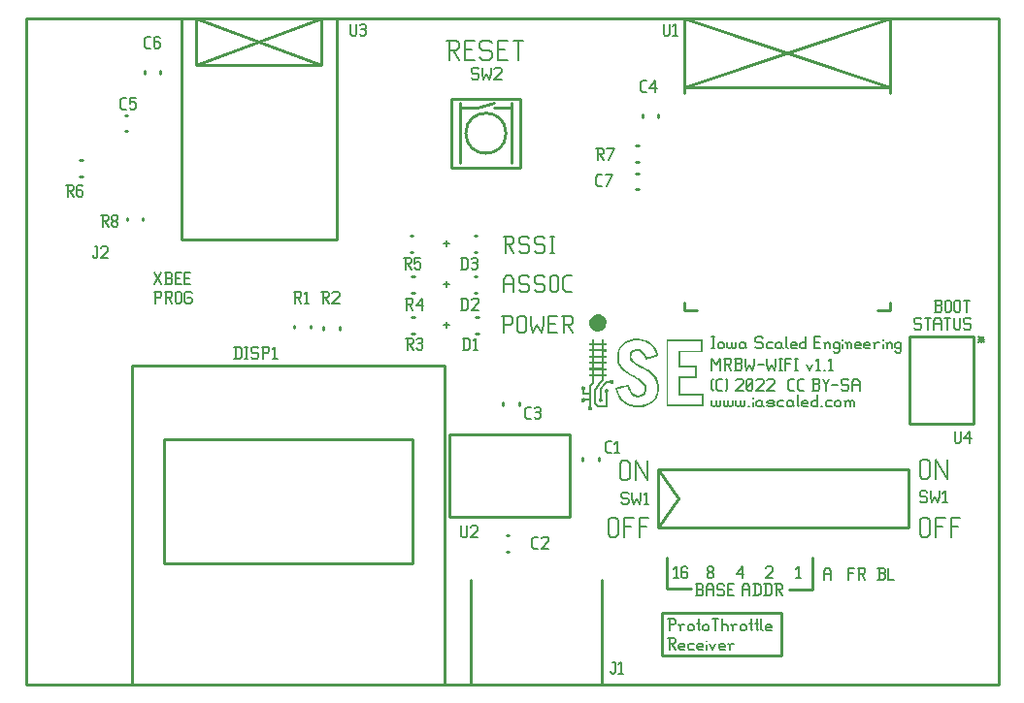
<source format=gbr>
G04 start of page 9 for group -4079 idx -4079 *
G04 Title: (unknown), topsilk *
G04 Creator: pcb 4.0.2 *
G04 CreationDate: Sun Oct 16 04:01:38 2022 UTC *
G04 For: ndholmes *
G04 Format: Gerber/RS-274X *
G04 PCB-Dimensions (mil): 3350.00 2300.00 *
G04 PCB-Coordinate-Origin: lower left *
%MOIN*%
%FSLAX25Y25*%
%LNTOPSILK*%
%ADD72C,0.0080*%
%ADD71C,0.0100*%
%ADD70C,0.0001*%
G54D70*G36*
X194043Y94709D02*X193647Y94980D01*
X193511Y95425D01*
X193565Y95740D01*
X193761Y95990D01*
X193891Y96104D01*
Y97986D01*
X193218D01*
X192741Y97981D01*
X192545Y97964D01*
X192453Y97840D01*
X192100Y97617D01*
X191672D01*
X191373Y97807D01*
X191189Y98100D01*
X191162Y98431D01*
X191270Y98724D01*
X191487Y98946D01*
X191802Y99066D01*
X192182Y99012D01*
X192491Y98773D01*
X192556Y98675D01*
X193224D01*
X193891Y98670D01*
Y100167D01*
X191558D01*
Y100900D01*
X191553Y101627D01*
X191455Y101697D01*
X191287Y101876D01*
X191178Y102093D01*
X191189Y102527D01*
X191373Y102815D01*
X191661Y102994D01*
X191997Y103026D01*
X192290Y102923D01*
X192513Y102701D01*
X192632Y102381D01*
X192578Y102006D01*
X192339Y101697D01*
X192242Y101627D01*
Y100851D01*
X193891D01*
Y103156D01*
X194357Y103748D01*
X194829Y104339D01*
Y106406D01*
X193918D01*
Y107193D01*
X198302D01*
Y108566D01*
X195486D01*
Y107193D01*
X194829D01*
Y108566D01*
X193918D01*
Y109325D01*
X194819D01*
Y110692D01*
X195502Y110719D01*
X195497Y110057D01*
X195491Y109586D01*
X195502Y109368D01*
X195567Y109358D01*
X195790Y109347D01*
X196224Y109341D01*
X196907Y109336D01*
X198302D01*
Y110719D01*
X195502D01*
X194819Y110692D01*
X193918D01*
Y111452D01*
X194829D01*
X195486Y111479D01*
X198302D01*
Y112852D01*
X195486D01*
Y111479D01*
X194829Y111452D01*
Y112824D01*
X193918D01*
Y113584D01*
X194819D01*
X194829Y114962D01*
X195486Y115005D01*
Y114327D01*
X195491Y113844D01*
X195508Y113627D01*
X195920Y113617D01*
X196907Y113611D01*
X198291D01*
X198296Y114300D01*
Y114316D01*
X198307Y115005D01*
X195486D01*
X194829Y114962D01*
X193918D01*
Y115722D01*
X194819D01*
Y117094D01*
X195502Y117148D01*
X195497Y116492D01*
X195491Y116015D01*
X195502Y115797D01*
X195567Y115787D01*
X195790Y115776D01*
X196224Y115770D01*
X196907Y115765D01*
X198307D01*
X198296Y116459D01*
X198291Y117148D01*
X195502D01*
X194819Y117094D01*
X193918D01*
Y117854D01*
X194829D01*
Y119096D01*
X195486D01*
Y117854D01*
X198302D01*
Y119096D01*
X198991D01*
Y117854D01*
X199902D01*
Y117094D01*
X198991D01*
Y115694D01*
X199902D01*
Y114935D01*
X198991D01*
Y113541D01*
X199902D01*
Y112781D01*
X198991D01*
Y111408D01*
X199902D01*
Y110649D01*
X198991D01*
Y109255D01*
X199902D01*
Y108495D01*
X198991D01*
Y107122D01*
X199902D01*
Y106336D01*
X198991D01*
X198985Y105750D01*
Y105158D01*
X197569Y103368D01*
X196148Y101583D01*
Y97574D01*
X197124Y96597D01*
X199544D01*
Y98719D01*
X199539Y99543D01*
Y100216D01*
X199533Y100672D01*
X199528Y100834D01*
X199403Y100927D01*
X199159Y101393D01*
X199294Y101909D01*
X199870Y102218D01*
X200472Y101947D01*
X200629Y101382D01*
X200331Y100872D01*
X200233Y100802D01*
Y95914D01*
X196842D01*
X195486Y97270D01*
Y101844D01*
X196896Y103623D01*
X198302Y105403D01*
Y106341D01*
X195486D01*
Y104003D01*
X194574Y102853D01*
Y96022D01*
X194640Y95990D01*
X194819Y95821D01*
X194949Y95588D01*
X194916Y95073D01*
X194569Y94693D01*
X194303Y94633D01*
X194043Y94644D01*
Y94709D01*
G37*
G36*
X209885Y95729D02*X208067Y96071D01*
X206483Y96793D01*
X205376Y97671D01*
X204432Y98778D01*
X203570Y100341D01*
X202924Y102196D01*
X202826Y102565D01*
X205246Y103081D01*
X206179Y103281D01*
X206955Y103444D01*
X207481Y103547D01*
X207682Y103580D01*
X207736Y103368D01*
X207785Y103118D01*
X207867Y102782D01*
X208230Y101757D01*
X208745Y100932D01*
X209391Y100324D01*
X210162Y99961D01*
X210400Y99918D01*
X210796Y99901D01*
X211187Y99918D01*
X211442Y99961D01*
X212462Y100547D01*
X213021Y101583D01*
X213075Y102212D01*
X213021Y102809D01*
X213623Y102983D01*
X213661Y101567D01*
X213303Y100617D01*
X212673Y99885D01*
X211816Y99424D01*
X210780Y99256D01*
X209451Y99559D01*
X208382Y100384D01*
X207590Y101627D01*
X207389Y102153D01*
X207243Y102657D01*
X207194Y102826D01*
X207145Y102842D01*
X206993Y102815D01*
X206635Y102739D01*
X206109Y102625D01*
X205479Y102489D01*
X204329Y102245D01*
X203792Y102126D01*
X203629Y102077D01*
Y102044D01*
X203678Y101860D01*
X203803Y101491D01*
X203949Y101084D01*
X204074Y100758D01*
X205072Y98979D01*
X206358Y97650D01*
X207932Y96782D01*
X209803Y96364D01*
X210199Y96353D01*
X210747D01*
X211295Y96369D01*
X211718Y96402D01*
X213048Y96657D01*
X214209Y97091D01*
X215109Y97623D01*
X215863Y98279D01*
X216466Y99060D01*
X216932Y99966D01*
X217160Y100661D01*
X217317Y101447D01*
X217366Y102402D01*
X217317Y103336D01*
X217090Y104323D01*
X216732Y105213D01*
X216211Y106032D01*
X215527Y106813D01*
X214827Y107459D01*
X214019Y108056D01*
X212945Y108717D01*
X211453Y109547D01*
X210308Y110182D01*
X209516Y110660D01*
X208963Y111061D01*
X208534Y111463D01*
X207986Y112249D01*
X207818Y113117D01*
X207964Y114159D01*
X208398Y114973D01*
X209103Y115537D01*
X210058Y115819D01*
X210639Y115836D01*
X211214Y115770D01*
X211984Y115477D01*
X212652Y114951D01*
X213227Y114186D01*
X213721Y113166D01*
X213807Y112966D01*
X213867Y112922D01*
X214030Y112971D01*
X214409Y113074D01*
X214919Y113226D01*
X215505Y113394D01*
X216081Y113562D01*
X216580Y113714D01*
X216938Y113817D01*
X217079Y113861D01*
X217052Y113985D01*
X216965Y114262D01*
X216840Y114604D01*
X216721Y114919D01*
X216043Y116134D01*
X215153Y117138D01*
X214079Y117913D01*
X212825Y118440D01*
X211068Y118743D01*
X209147Y118657D01*
X207400Y118196D01*
X206000Y117360D01*
X205300Y116633D01*
X204758Y115749D01*
X204389Y114723D01*
X204188Y113573D01*
X204161Y112797D01*
X204199Y112087D01*
X204438Y111105D01*
X204877Y110199D01*
X205517Y109358D01*
X206380Y108566D01*
X206922Y108159D01*
X207552Y107746D01*
X208355Y107269D01*
X209440Y106661D01*
X210167Y106260D01*
X210709Y105951D01*
X211133Y105696D01*
X211507Y105457D01*
X212939Y104247D01*
X213623Y102983D01*
X213021Y102809D01*
X212424Y103878D01*
X211165Y104925D01*
X210802Y105158D01*
X210395Y105403D01*
X209879Y105696D01*
X209185Y106075D01*
X207807Y106851D01*
X206792Y107480D01*
X206017Y108045D01*
X205360Y108625D01*
X204611Y109466D01*
X204074Y110350D01*
X203656Y111533D01*
X203526Y112846D01*
X203618Y114132D01*
X203911Y115331D01*
X204671Y116855D01*
X205832Y118038D01*
X207362Y118863D01*
X209234Y119302D01*
X210693Y119384D01*
X212077Y119259D01*
X213352Y118933D01*
X214491Y118407D01*
X215630Y117561D01*
X216569Y116476D01*
X217296Y115174D01*
X217789Y113671D01*
X217849Y113416D01*
X215647Y112776D01*
X214784Y112532D01*
X214079Y112331D01*
X213601Y112201D01*
X213422Y112157D01*
X213346Y112358D01*
X213118Y112960D01*
X212858Y113535D01*
X212098Y114604D01*
X211149Y115136D01*
X210514Y115201D01*
X209863Y115152D01*
X209006Y114680D01*
X208669Y114219D01*
X208485Y113622D01*
X208447Y113139D01*
X208485Y112727D01*
X208832Y112076D01*
X209559Y111408D01*
X209912Y111164D01*
X210351Y110888D01*
X210926Y110562D01*
X211697Y110139D01*
X212565Y109667D01*
X213248Y109282D01*
X213807Y108951D01*
X214285Y108642D01*
X215511Y107714D01*
X216477Y106726D01*
X217204Y105674D01*
X217692Y104534D01*
X217968Y103162D01*
X217974Y101730D01*
X217719Y100330D01*
X217209Y99066D01*
X216412Y97948D01*
X215370Y97037D01*
X214100Y96359D01*
X212635Y95914D01*
X211257Y95740D01*
X209885Y95735D01*
Y95729D01*
G37*
G36*
X220470Y107535D02*X221110Y107540D01*
X221104Y96641D01*
X232530D01*
Y99798D01*
X224756D01*
Y106319D01*
X230441D01*
Y109488D01*
X224756D01*
Y115271D01*
X232216D01*
Y118440D01*
X221121D01*
X221110Y107540D01*
X220470Y107535D01*
Y119064D01*
X232850D01*
Y114653D01*
X225390D01*
Y110133D01*
X231071D01*
Y105723D01*
X225407D01*
X225396Y103091D01*
X225390Y100460D01*
X233154D01*
Y96022D01*
X220470D01*
Y107535D01*
G37*
G36*
X197607Y97623D02*X197325Y97812D01*
X197146Y98100D01*
X197141Y98534D01*
X197368Y98887D01*
X197499Y98979D01*
X197510Y99440D01*
X197515Y100552D01*
Y102126D01*
X198611Y103504D01*
X199701Y104887D01*
X201031D01*
X201117Y105007D01*
X201345Y105202D01*
X201497Y105267D01*
X201703Y105278D01*
X201904Y105272D01*
X202056Y105202D01*
X202278Y105012D01*
X202414Y104768D01*
X202430Y104486D01*
X202365Y104214D01*
X202089Y103927D01*
X201703Y103813D01*
X201145Y104062D01*
X201020Y104198D01*
X200032D01*
X199115Y103043D01*
X198204Y101887D01*
Y98990D01*
X198307Y98919D01*
X198567Y98523D01*
X198535Y98024D01*
X198150Y97650D01*
X197607Y97617D01*
Y97623D01*
G37*
G36*
X196441Y121782D02*X195556Y122069D01*
X194791Y122628D01*
X194243Y123360D01*
X193956Y124223D01*
X193918Y124863D01*
X193999Y125482D01*
X194309Y126247D01*
X194829Y126898D01*
X195676Y127473D01*
X196647Y127716D01*
X197656Y127629D01*
X198600Y127202D01*
X199153Y126697D01*
X199577Y126079D01*
X199810Y125395D01*
X199880Y124668D01*
X199772Y123941D01*
X199506Y123268D01*
X199099Y122720D01*
X198584Y122275D01*
X197982Y121955D01*
X197331Y121782D01*
X196880Y121760D01*
X196441Y121782D01*
G37*
G54D71*X334500Y229500D02*Y500D01*
X500Y229500D02*X334500D01*
X500Y500D02*Y229500D01*
X219000Y25000D02*Y10500D01*
X260000D01*
Y25000D01*
X334500Y500D02*X500D01*
X270500Y44000D02*Y33000D01*
X262500D01*
X229000Y33500D02*X220500D01*
Y44000D01*
X219000Y25000D02*X260000D01*
G54D72*X44500Y138000D02*X47000Y142000D01*
X44500D02*X47000Y138000D01*
X48200D02*X50200D01*
X50700Y138500D01*
Y139700D02*Y138500D01*
X50200Y140200D02*X50700Y139700D01*
X48700Y140200D02*X50200D01*
X48700Y142000D02*Y138000D01*
X48200Y142000D02*X50200D01*
X50700Y141500D01*
Y140700D01*
X50200Y140200D02*X50700Y140700D01*
X51900Y140200D02*X53400D01*
X51900Y138000D02*X53900D01*
X51900Y142000D02*Y138000D01*
Y142000D02*X53900D01*
X55100Y140200D02*X56600D01*
X55100Y138000D02*X57100D01*
X55100Y142000D02*Y138000D01*
Y142000D02*X57100D01*
X45000Y135500D02*Y131500D01*
X44500Y135500D02*X46500D01*
X47000Y135000D01*
Y134000D01*
X46500Y133500D02*X47000Y134000D01*
X45000Y133500D02*X46500D01*
X48200Y135500D02*X50200D01*
X50700Y135000D01*
Y134000D01*
X50200Y133500D02*X50700Y134000D01*
X48700Y133500D02*X50200D01*
X48700Y135500D02*Y131500D01*
X49500Y133500D02*X50700Y131500D01*
X51900Y135000D02*Y132000D01*
Y135000D02*X52400Y135500D01*
X53400D01*
X53900Y135000D01*
Y132000D01*
X53400Y131500D02*X53900Y132000D01*
X52400Y131500D02*X53400D01*
X51900Y132000D02*X52400Y131500D01*
X57100Y135500D02*X57600Y135000D01*
X55600Y135500D02*X57100D01*
X55100Y135000D02*X55600Y135500D01*
X55100Y135000D02*Y132000D01*
X55600Y131500D01*
X57100D01*
X57600Y132000D01*
Y133000D02*Y132000D01*
X57100Y133500D02*X57600Y133000D01*
X56100Y133500D02*X57100D01*
X145000Y221840D02*X148320D01*
X149150Y221010D01*
Y219350D01*
X148320Y218520D02*X149150Y219350D01*
X145830Y218520D02*X148320D01*
X145830Y221840D02*Y215200D01*
X147158Y218520D02*X149150Y215200D01*
X151142Y218852D02*X153632D01*
X151142Y215200D02*X154462D01*
X151142Y221840D02*Y215200D01*
Y221840D02*X154462D01*
X159774D02*X160604Y221010D01*
X157284Y221840D02*X159774D01*
X156454Y221010D02*X157284Y221840D01*
X156454Y221010D02*Y219350D01*
X157284Y218520D01*
X159774D01*
X160604Y217690D01*
Y216030D01*
X159774Y215200D02*X160604Y216030D01*
X157284Y215200D02*X159774D01*
X156454Y216030D02*X157284Y215200D01*
X162596Y218852D02*X165086D01*
X162596Y215200D02*X165916D01*
X162596Y221840D02*Y215200D01*
Y221840D02*X165916D01*
X167908D02*X171228D01*
X169568D02*Y215200D01*
X144000Y152000D02*X146000D01*
X145000Y153000D02*Y151000D01*
X144000Y138000D02*X146000D01*
X145000Y139000D02*Y137000D01*
X164720Y127060D02*Y121300D01*
X164000Y127060D02*X166880D01*
X167600Y126340D01*
Y124900D01*
X166880Y124180D02*X167600Y124900D01*
X164720Y124180D02*X166880D01*
X169328Y126340D02*Y122020D01*
Y126340D02*X170048Y127060D01*
X171488D01*
X172208Y126340D01*
Y122020D01*
X171488Y121300D02*X172208Y122020D01*
X170048Y121300D02*X171488D01*
X169328Y122020D02*X170048Y121300D01*
X173936Y127060D02*Y124180D01*
X174656Y121300D01*
X176096Y124180D01*
X177536Y121300D01*
X178256Y124180D01*
Y127060D02*Y124180D01*
X179984Y124468D02*X182144D01*
X179984Y121300D02*X182864D01*
X179984Y127060D02*Y121300D01*
Y127060D02*X182864D01*
X184592D02*X187472D01*
X188192Y126340D01*
Y124900D01*
X187472Y124180D02*X188192Y124900D01*
X185312Y124180D02*X187472D01*
X185312Y127060D02*Y121300D01*
X186464Y124180D02*X188192Y121300D01*
X164500Y154560D02*X167380D01*
X168100Y153840D01*
Y152400D01*
X167380Y151680D02*X168100Y152400D01*
X165220Y151680D02*X167380D01*
X165220Y154560D02*Y148800D01*
X166372Y151680D02*X168100Y148800D01*
X172708Y154560D02*X173428Y153840D01*
X170548Y154560D02*X172708D01*
X169828Y153840D02*X170548Y154560D01*
X169828Y153840D02*Y152400D01*
X170548Y151680D01*
X172708D01*
X173428Y150960D01*
Y149520D01*
X172708Y148800D02*X173428Y149520D01*
X170548Y148800D02*X172708D01*
X169828Y149520D02*X170548Y148800D01*
X178036Y154560D02*X178756Y153840D01*
X175876Y154560D02*X178036D01*
X175156Y153840D02*X175876Y154560D01*
X175156Y153840D02*Y152400D01*
X175876Y151680D01*
X178036D01*
X178756Y150960D01*
Y149520D01*
X178036Y148800D02*X178756Y149520D01*
X175876Y148800D02*X178036D01*
X175156Y149520D02*X175876Y148800D01*
X180484Y154560D02*X181924D01*
X181204D02*Y148800D01*
X180484D02*X181924D01*
X164500Y139620D02*Y135300D01*
Y139620D02*X165508Y141060D01*
X167092D01*
X168100Y139620D01*
Y135300D01*
X164500Y138180D02*X168100D01*
X172708Y141060D02*X173428Y140340D01*
X170548Y141060D02*X172708D01*
X169828Y140340D02*X170548Y141060D01*
X169828Y140340D02*Y138900D01*
X170548Y138180D01*
X172708D01*
X173428Y137460D01*
Y136020D01*
X172708Y135300D02*X173428Y136020D01*
X170548Y135300D02*X172708D01*
X169828Y136020D02*X170548Y135300D01*
X178036Y141060D02*X178756Y140340D01*
X175876Y141060D02*X178036D01*
X175156Y140340D02*X175876Y141060D01*
X175156Y140340D02*Y138900D01*
X175876Y138180D01*
X178036D01*
X178756Y137460D01*
Y136020D01*
X178036Y135300D02*X178756Y136020D01*
X175876Y135300D02*X178036D01*
X175156Y136020D02*X175876Y135300D01*
X180484Y140340D02*Y136020D01*
Y140340D02*X181204Y141060D01*
X182644D01*
X183364Y140340D01*
Y136020D01*
X182644Y135300D02*X183364Y136020D01*
X181204Y135300D02*X182644D01*
X180484Y136020D02*X181204Y135300D01*
X186100D02*X187972D01*
X185092Y136308D02*X186100Y135300D01*
X185092Y140052D02*Y136308D01*
Y140052D02*X186100Y141060D01*
X187972D01*
X144000Y124000D02*X146000D01*
X145000Y125000D02*Y123000D01*
X223000Y40200D02*X223800Y41000D01*
Y37000D01*
X223000D02*X224500D01*
X227200Y41000D02*X227700Y40500D01*
X226200Y41000D02*X227200D01*
X225700Y40500D02*X226200Y41000D01*
X225700Y40500D02*Y37500D01*
X226200Y37000D01*
X227200Y39200D02*X227700Y38700D01*
X225700Y39200D02*X227200D01*
X226200Y37000D02*X227200D01*
X227700Y37500D01*
Y38700D02*Y37500D01*
X234500D02*X235000Y37000D01*
X234500Y38300D02*Y37500D01*
Y38300D02*X235200Y39000D01*
X235800D01*
X236500Y38300D01*
Y37500D01*
X236000Y37000D02*X236500Y37500D01*
X235000Y37000D02*X236000D01*
X234500Y39700D02*X235200Y39000D01*
X234500Y40500D02*Y39700D01*
Y40500D02*X235000Y41000D01*
X236000D01*
X236500Y40500D01*
Y39700D01*
X235800Y39000D02*X236500Y39700D01*
X244500Y38500D02*X246500Y41000D01*
X244500Y38500D02*X247000D01*
X246500Y41000D02*Y37000D01*
X254500Y40500D02*X255000Y41000D01*
X256500D01*
X257000Y40500D01*
Y39500D01*
X254500Y37000D02*X257000Y39500D01*
X254500Y37000D02*X257000D01*
X265000Y40200D02*X265800Y41000D01*
Y37000D01*
X265000D02*X266500D01*
X236000Y98000D02*Y96500D01*
X236500Y96000D01*
X237000D01*
X237500Y96500D01*
Y98000D02*Y96500D01*
X238000Y96000D01*
X238500D01*
X239000Y96500D01*
Y98000D02*Y96500D01*
X240200Y98000D02*Y96500D01*
X240700Y96000D01*
X241200D01*
X241700Y96500D01*
Y98000D02*Y96500D01*
X242200Y96000D01*
X242700D01*
X243200Y96500D01*
Y98000D02*Y96500D01*
X244400Y98000D02*Y96500D01*
X244900Y96000D01*
X245400D01*
X245900Y96500D01*
Y98000D02*Y96500D01*
X246400Y96000D01*
X246900D01*
X247400Y96500D01*
Y98000D02*Y96500D01*
X248600Y96000D02*X249100D01*
X250300Y99000D02*Y98900D01*
Y97500D02*Y96000D01*
X252800Y98000D02*X253300Y97500D01*
X251800Y98000D02*X252800D01*
X251300Y97500D02*X251800Y98000D01*
X251300Y97500D02*Y96500D01*
X251800Y96000D01*
X253300Y98000D02*Y96500D01*
X253800Y96000D01*
X251800D02*X252800D01*
X253300Y96500D01*
X255500Y96000D02*X257000D01*
X257500Y96500D01*
X257000Y97000D02*X257500Y96500D01*
X255500Y97000D02*X257000D01*
X255000Y97500D02*X255500Y97000D01*
X255000Y97500D02*X255500Y98000D01*
X257000D01*
X257500Y97500D01*
X255000Y96500D02*X255500Y96000D01*
X259200Y98000D02*X260700D01*
X258700Y97500D02*X259200Y98000D01*
X258700Y97500D02*Y96500D01*
X259200Y96000D01*
X260700D01*
X263400Y98000D02*X263900Y97500D01*
X262400Y98000D02*X263400D01*
X261900Y97500D02*X262400Y98000D01*
X261900Y97500D02*Y96500D01*
X262400Y96000D01*
X263900Y98000D02*Y96500D01*
X264400Y96000D01*
X262400D02*X263400D01*
X263900Y96500D01*
X265600Y100000D02*Y96500D01*
X266100Y96000D01*
X267600D02*X269100D01*
X267100Y96500D02*X267600Y96000D01*
X267100Y97500D02*Y96500D01*
Y97500D02*X267600Y98000D01*
X268600D01*
X269100Y97500D01*
X267100Y97000D02*X269100D01*
Y97500D02*Y97000D01*
X272300Y100000D02*Y96000D01*
X271800D02*X272300Y96500D01*
X270800Y96000D02*X271800D01*
X270300Y96500D02*X270800Y96000D01*
X270300Y97500D02*Y96500D01*
Y97500D02*X270800Y98000D01*
X271800D01*
X272300Y97500D01*
X273500Y96000D02*X274000D01*
X275700Y98000D02*X277200D01*
X275200Y97500D02*X275700Y98000D01*
X275200Y97500D02*Y96500D01*
X275700Y96000D01*
X277200D01*
X278400Y97500D02*Y96500D01*
Y97500D02*X278900Y98000D01*
X279900D01*
X280400Y97500D01*
Y96500D01*
X279900Y96000D02*X280400Y96500D01*
X278900Y96000D02*X279900D01*
X278400Y96500D02*X278900Y96000D01*
X282100Y97500D02*Y96000D01*
Y97500D02*X282600Y98000D01*
X283100D01*
X283600Y97500D01*
Y96000D01*
Y97500D02*X284100Y98000D01*
X284600D01*
X285100Y97500D01*
Y96000D01*
X281600Y98000D02*X282100Y97500D01*
X236000Y120000D02*X237000D01*
X236500D02*Y116000D01*
X236000D02*X237000D01*
X238200Y117500D02*Y116500D01*
Y117500D02*X238700Y118000D01*
X239700D01*
X240200Y117500D01*
Y116500D01*
X239700Y116000D02*X240200Y116500D01*
X238700Y116000D02*X239700D01*
X238200Y116500D02*X238700Y116000D01*
X241400Y118000D02*Y116500D01*
X241900Y116000D01*
X242400D01*
X242900Y116500D01*
Y118000D02*Y116500D01*
X243400Y116000D01*
X243900D01*
X244400Y116500D01*
Y118000D02*Y116500D01*
X247100Y118000D02*X247600Y117500D01*
X246100Y118000D02*X247100D01*
X245600Y117500D02*X246100Y118000D01*
X245600Y117500D02*Y116500D01*
X246100Y116000D01*
X247600Y118000D02*Y116500D01*
X248100Y116000D01*
X246100D02*X247100D01*
X247600Y116500D01*
X253100Y120000D02*X253600Y119500D01*
X251600Y120000D02*X253100D01*
X251100Y119500D02*X251600Y120000D01*
X251100Y119500D02*Y118500D01*
X251600Y118000D01*
X253100D01*
X253600Y117500D01*
Y116500D01*
X253100Y116000D02*X253600Y116500D01*
X251600Y116000D02*X253100D01*
X251100Y116500D02*X251600Y116000D01*
X255300Y118000D02*X256800D01*
X254800Y117500D02*X255300Y118000D01*
X254800Y117500D02*Y116500D01*
X255300Y116000D01*
X256800D01*
X259500Y118000D02*X260000Y117500D01*
X258500Y118000D02*X259500D01*
X258000Y117500D02*X258500Y118000D01*
X258000Y117500D02*Y116500D01*
X258500Y116000D01*
X260000Y118000D02*Y116500D01*
X260500Y116000D01*
X258500D02*X259500D01*
X260000Y116500D01*
X261700Y120000D02*Y116500D01*
X262200Y116000D01*
X263700D02*X265200D01*
X263200Y116500D02*X263700Y116000D01*
X263200Y117500D02*Y116500D01*
Y117500D02*X263700Y118000D01*
X264700D01*
X265200Y117500D01*
X263200Y117000D02*X265200D01*
Y117500D02*Y117000D01*
X268400Y120000D02*Y116000D01*
X267900D02*X268400Y116500D01*
X266900Y116000D02*X267900D01*
X266400Y116500D02*X266900Y116000D01*
X266400Y117500D02*Y116500D01*
Y117500D02*X266900Y118000D01*
X267900D01*
X268400Y117500D01*
X271400Y118200D02*X272900D01*
X271400Y116000D02*X273400D01*
X271400Y120000D02*Y116000D01*
Y120000D02*X273400D01*
X275100Y117500D02*Y116000D01*
Y117500D02*X275600Y118000D01*
X276100D01*
X276600Y117500D01*
Y116000D01*
X274600Y118000D02*X275100Y117500D01*
X279300Y118000D02*X279800Y117500D01*
X278300Y118000D02*X279300D01*
X277800Y117500D02*X278300Y118000D01*
X277800Y117500D02*Y116500D01*
X278300Y116000D01*
X279300D01*
X279800Y116500D01*
X277800Y115000D02*X278300Y114500D01*
X279300D01*
X279800Y115000D01*
Y118000D02*Y115000D01*
X281000Y119000D02*Y118900D01*
Y117500D02*Y116000D01*
X282500Y117500D02*Y116000D01*
Y117500D02*X283000Y118000D01*
X283500D01*
X284000Y117500D01*
Y116000D01*
X282000Y118000D02*X282500Y117500D01*
X285700Y116000D02*X287200D01*
X285200Y116500D02*X285700Y116000D01*
X285200Y117500D02*Y116500D01*
Y117500D02*X285700Y118000D01*
X286700D01*
X287200Y117500D01*
X285200Y117000D02*X287200D01*
Y117500D02*Y117000D01*
X288900Y116000D02*X290400D01*
X288400Y116500D02*X288900Y116000D01*
X288400Y117500D02*Y116500D01*
Y117500D02*X288900Y118000D01*
X289900D01*
X290400Y117500D01*
X288400Y117000D02*X290400D01*
Y117500D02*Y117000D01*
X292100Y117500D02*Y116000D01*
Y117500D02*X292600Y118000D01*
X293600D01*
X291600D02*X292100Y117500D01*
X294800Y119000D02*Y118900D01*
Y117500D02*Y116000D01*
X296300Y117500D02*Y116000D01*
Y117500D02*X296800Y118000D01*
X297300D01*
X297800Y117500D01*
Y116000D01*
X295800Y118000D02*X296300Y117500D01*
X300500Y118000D02*X301000Y117500D01*
X299500Y118000D02*X300500D01*
X299000Y117500D02*X299500Y118000D01*
X299000Y117500D02*Y116500D01*
X299500Y116000D01*
X300500D01*
X301000Y116500D01*
X299000Y115000D02*X299500Y114500D01*
X300500D01*
X301000Y115000D01*
Y118000D02*Y115000D01*
X236000Y102000D02*X236500Y101500D01*
X236000Y105000D02*X236500Y105500D01*
X236000Y105000D02*Y102000D01*
X238400Y101500D02*X239700D01*
X237700Y102200D02*X238400Y101500D01*
X237700Y104800D02*Y102200D01*
Y104800D02*X238400Y105500D01*
X239700D01*
X240900D02*X241400Y105000D01*
Y102000D01*
X240900Y101500D02*X241400Y102000D01*
X244400Y105000D02*X244900Y105500D01*
X246400D01*
X246900Y105000D01*
Y104000D01*
X244400Y101500D02*X246900Y104000D01*
X244400Y101500D02*X246900D01*
X248100Y102000D02*X248600Y101500D01*
X248100Y105000D02*Y102000D01*
Y105000D02*X248600Y105500D01*
X249600D01*
X250100Y105000D01*
Y102000D01*
X249600Y101500D02*X250100Y102000D01*
X248600Y101500D02*X249600D01*
X248100Y102500D02*X250100Y104500D01*
X251300Y105000D02*X251800Y105500D01*
X253300D01*
X253800Y105000D01*
Y104000D01*
X251300Y101500D02*X253800Y104000D01*
X251300Y101500D02*X253800D01*
X255000Y105000D02*X255500Y105500D01*
X257000D01*
X257500Y105000D01*
Y104000D01*
X255000Y101500D02*X257500Y104000D01*
X255000Y101500D02*X257500D01*
X263000D02*X264300D01*
X262300Y102200D02*X263000Y101500D01*
X262300Y104800D02*Y102200D01*
Y104800D02*X263000Y105500D01*
X264300D01*
X266200Y101500D02*X267500D01*
X265500Y102200D02*X266200Y101500D01*
X265500Y104800D02*Y102200D01*
Y104800D02*X266200Y105500D01*
X267500D01*
X270500Y101500D02*X272500D01*
X273000Y102000D01*
Y103200D02*Y102000D01*
X272500Y103700D02*X273000Y103200D01*
X271000Y103700D02*X272500D01*
X271000Y105500D02*Y101500D01*
X270500Y105500D02*X272500D01*
X273000Y105000D01*
Y104200D01*
X272500Y103700D02*X273000Y104200D01*
X274200Y105500D02*X275200Y103500D01*
X276200Y105500D01*
X275200Y103500D02*Y101500D01*
X277400Y103500D02*X279400D01*
X282600Y105500D02*X283100Y105000D01*
X281100Y105500D02*X282600D01*
X280600Y105000D02*X281100Y105500D01*
X280600Y105000D02*Y104000D01*
X281100Y103500D01*
X282600D01*
X283100Y103000D01*
Y102000D01*
X282600Y101500D02*X283100Y102000D01*
X281100Y101500D02*X282600D01*
X280600Y102000D02*X281100Y101500D01*
X284300Y104500D02*Y101500D01*
Y104500D02*X285000Y105500D01*
X286100D01*
X286800Y104500D01*
Y101500D01*
X284300Y103500D02*X286800D01*
X236000Y112500D02*Y108500D01*
Y112500D02*X237500Y110500D01*
X239000Y112500D01*
Y108500D01*
X240200Y112500D02*X242200D01*
X242700Y112000D01*
Y111000D01*
X242200Y110500D02*X242700Y111000D01*
X240700Y110500D02*X242200D01*
X240700Y112500D02*Y108500D01*
X241500Y110500D02*X242700Y108500D01*
X243900D02*X245900D01*
X246400Y109000D01*
Y110200D02*Y109000D01*
X245900Y110700D02*X246400Y110200D01*
X244400Y110700D02*X245900D01*
X244400Y112500D02*Y108500D01*
X243900Y112500D02*X245900D01*
X246400Y112000D01*
Y111200D01*
X245900Y110700D02*X246400Y111200D01*
X247600Y112500D02*Y110500D01*
X248100Y108500D01*
X249100Y110500D01*
X250100Y108500D01*
X250600Y110500D01*
Y112500D02*Y110500D01*
X251800D02*X253800D01*
X255000Y112500D02*Y110500D01*
X255500Y108500D01*
X256500Y110500D01*
X257500Y108500D01*
X258000Y110500D01*
Y112500D02*Y110500D01*
X259200Y112500D02*X260200D01*
X259700D02*Y108500D01*
X259200D02*X260200D01*
X261400Y112500D02*Y108500D01*
Y112500D02*X263400D01*
X261400Y110700D02*X262900D01*
X264600Y112500D02*X265600D01*
X265100D02*Y108500D01*
X264600D02*X265600D01*
X268600Y110500D02*X269600Y108500D01*
X270600Y110500D02*X269600Y108500D01*
X271800Y111700D02*X272600Y112500D01*
Y108500D01*
X271800D02*X273300D01*
X274500D02*X275000D01*
X276200Y111700D02*X277000Y112500D01*
Y108500D01*
X276200D02*X277700D01*
X230500Y31000D02*X232500D01*
X233000Y31500D01*
Y32700D02*Y31500D01*
X232500Y33200D02*X233000Y32700D01*
X231000Y33200D02*X232500D01*
X231000Y35000D02*Y31000D01*
X230500Y35000D02*X232500D01*
X233000Y34500D01*
Y33700D01*
X232500Y33200D02*X233000Y33700D01*
X234200Y34000D02*Y31000D01*
Y34000D02*X234900Y35000D01*
X236000D01*
X236700Y34000D01*
Y31000D01*
X234200Y33000D02*X236700D01*
X239900Y35000D02*X240400Y34500D01*
X238400Y35000D02*X239900D01*
X237900Y34500D02*X238400Y35000D01*
X237900Y34500D02*Y33500D01*
X238400Y33000D01*
X239900D01*
X240400Y32500D01*
Y31500D01*
X239900Y31000D02*X240400Y31500D01*
X238400Y31000D02*X239900D01*
X237900Y31500D02*X238400Y31000D01*
X241600Y33200D02*X243100D01*
X241600Y31000D02*X243600D01*
X241600Y35000D02*Y31000D01*
Y35000D02*X243600D01*
X246600Y34000D02*Y31000D01*
Y34000D02*X247300Y35000D01*
X248400D01*
X249100Y34000D01*
Y31000D01*
X246600Y33000D02*X249100D01*
X250800Y35000D02*Y31000D01*
X252100Y35000D02*X252800Y34300D01*
Y31700D01*
X252100Y31000D02*X252800Y31700D01*
X250300Y31000D02*X252100D01*
X250300Y35000D02*X252100D01*
X254500D02*Y31000D01*
X255800Y35000D02*X256500Y34300D01*
Y31700D01*
X255800Y31000D02*X256500Y31700D01*
X254000Y31000D02*X255800D01*
X254000Y35000D02*X255800D01*
X257700D02*X259700D01*
X260200Y34500D01*
Y33500D01*
X259700Y33000D02*X260200Y33500D01*
X258200Y33000D02*X259700D01*
X258200Y35000D02*Y31000D01*
X259000Y33000D02*X260200Y31000D01*
X221500Y23000D02*Y19000D01*
X221000Y23000D02*X223000D01*
X223500Y22500D01*
Y21500D01*
X223000Y21000D02*X223500Y21500D01*
X221500Y21000D02*X223000D01*
X225200Y20500D02*Y19000D01*
Y20500D02*X225700Y21000D01*
X226700D01*
X224700D02*X225200Y20500D01*
X227900D02*Y19500D01*
Y20500D02*X228400Y21000D01*
X229400D01*
X229900Y20500D01*
Y19500D01*
X229400Y19000D02*X229900Y19500D01*
X228400Y19000D02*X229400D01*
X227900Y19500D02*X228400Y19000D01*
X231600Y23000D02*Y19500D01*
X232100Y19000D01*
X231100Y21500D02*X232100D01*
X233100Y20500D02*Y19500D01*
Y20500D02*X233600Y21000D01*
X234600D01*
X235100Y20500D01*
Y19500D01*
X234600Y19000D02*X235100Y19500D01*
X233600Y19000D02*X234600D01*
X233100Y19500D02*X233600Y19000D01*
X236300Y23000D02*X238300D01*
X237300D02*Y19000D01*
X239500Y23000D02*Y19000D01*
Y20500D02*X240000Y21000D01*
X241000D01*
X241500Y20500D01*
Y19000D01*
X243200Y20500D02*Y19000D01*
Y20500D02*X243700Y21000D01*
X244700D01*
X242700D02*X243200Y20500D01*
X245900D02*Y19500D01*
Y20500D02*X246400Y21000D01*
X247400D01*
X247900Y20500D01*
Y19500D01*
X247400Y19000D02*X247900Y19500D01*
X246400Y19000D02*X247400D01*
X245900Y19500D02*X246400Y19000D01*
X249600Y23000D02*Y19500D01*
X250100Y19000D01*
X249100Y21500D02*X250100D01*
X251600Y23000D02*Y19500D01*
X252100Y19000D01*
X251100Y21500D02*X252100D01*
X253100Y23000D02*Y19500D01*
X253600Y19000D01*
X255100D02*X256600D01*
X254600Y19500D02*X255100Y19000D01*
X254600Y20500D02*Y19500D01*
Y20500D02*X255100Y21000D01*
X256100D01*
X256600Y20500D01*
X254600Y20000D02*X256600D01*
Y20500D02*Y20000D01*
X221000Y16500D02*X223000D01*
X223500Y16000D01*
Y15000D01*
X223000Y14500D02*X223500Y15000D01*
X221500Y14500D02*X223000D01*
X221500Y16500D02*Y12500D01*
X222300Y14500D02*X223500Y12500D01*
X225200D02*X226700D01*
X224700Y13000D02*X225200Y12500D01*
X224700Y14000D02*Y13000D01*
Y14000D02*X225200Y14500D01*
X226200D01*
X226700Y14000D01*
X224700Y13500D02*X226700D01*
Y14000D02*Y13500D01*
X228400Y14500D02*X229900D01*
X227900Y14000D02*X228400Y14500D01*
X227900Y14000D02*Y13000D01*
X228400Y12500D01*
X229900D01*
X231600D02*X233100D01*
X231100Y13000D02*X231600Y12500D01*
X231100Y14000D02*Y13000D01*
Y14000D02*X231600Y14500D01*
X232600D01*
X233100Y14000D01*
X231100Y13500D02*X233100D01*
Y14000D02*Y13500D01*
X234300Y15500D02*Y15400D01*
Y14000D02*Y12500D01*
X235300Y14500D02*X236300Y12500D01*
X237300Y14500D02*X236300Y12500D01*
X239000D02*X240500D01*
X238500Y13000D02*X239000Y12500D01*
X238500Y14000D02*Y13000D01*
Y14000D02*X239000Y14500D01*
X240000D01*
X240500Y14000D01*
X238500Y13500D02*X240500D01*
Y14000D02*Y13500D01*
X242200Y14000D02*Y12500D01*
Y14000D02*X242700Y14500D01*
X243700D01*
X241700D02*X242200Y14000D01*
X293000Y36500D02*X295000D01*
X295500Y37000D01*
Y38200D02*Y37000D01*
X295000Y38700D02*X295500Y38200D01*
X293500Y38700D02*X295000D01*
X293500Y40500D02*Y36500D01*
X293000Y40500D02*X295000D01*
X295500Y40000D01*
Y39200D01*
X295000Y38700D02*X295500Y39200D01*
X296700Y40500D02*Y36500D01*
X298700D01*
X307500Y77010D02*Y72030D01*
Y77010D02*X308330Y77840D01*
X309990D01*
X310820Y77010D01*
Y72030D01*
X309990Y71200D02*X310820Y72030D01*
X308330Y71200D02*X309990D01*
X307500Y72030D02*X308330Y71200D01*
X312812Y77840D02*Y71200D01*
Y77840D02*X316962Y71200D01*
Y77840D02*Y71200D01*
X307500Y57010D02*Y52030D01*
Y57010D02*X308330Y57840D01*
X309990D01*
X310820Y57010D01*
Y52030D01*
X309990Y51200D02*X310820Y52030D01*
X308330Y51200D02*X309990D01*
X307500Y52030D02*X308330Y51200D01*
X312812Y57840D02*Y51200D01*
Y57840D02*X316132D01*
X312812Y54852D02*X315302D01*
X318124Y57840D02*Y51200D01*
Y57840D02*X321444D01*
X318124Y54852D02*X320614D01*
X327500Y120000D02*X329500Y118000D01*
X327500D02*X329500Y120000D01*
X327500Y119000D02*X329500D01*
X328500Y120000D02*Y118000D01*
X312500Y128500D02*X314500D01*
X315000Y129000D01*
Y130200D02*Y129000D01*
X314500Y130700D02*X315000Y130200D01*
X313000Y130700D02*X314500D01*
X313000Y132500D02*Y128500D01*
X312500Y132500D02*X314500D01*
X315000Y132000D01*
Y131200D01*
X314500Y130700D02*X315000Y131200D01*
X316200Y132000D02*Y129000D01*
Y132000D02*X316700Y132500D01*
X317700D01*
X318200Y132000D01*
Y129000D01*
X317700Y128500D02*X318200Y129000D01*
X316700Y128500D02*X317700D01*
X316200Y129000D02*X316700Y128500D01*
X319400Y132000D02*Y129000D01*
Y132000D02*X319900Y132500D01*
X320900D01*
X321400Y132000D01*
Y129000D01*
X320900Y128500D02*X321400Y129000D01*
X319900Y128500D02*X320900D01*
X319400Y129000D02*X319900Y128500D01*
X322600Y132500D02*X324600D01*
X323600D02*Y128500D01*
X307500Y126500D02*X308000Y126000D01*
X306000Y126500D02*X307500D01*
X305500Y126000D02*X306000Y126500D01*
X305500Y126000D02*Y125000D01*
X306000Y124500D01*
X307500D01*
X308000Y124000D01*
Y123000D01*
X307500Y122500D02*X308000Y123000D01*
X306000Y122500D02*X307500D01*
X305500Y123000D02*X306000Y122500D01*
X309200Y126500D02*X311200D01*
X310200D02*Y122500D01*
X312400Y125500D02*Y122500D01*
Y125500D02*X313100Y126500D01*
X314200D01*
X314900Y125500D01*
Y122500D01*
X312400Y124500D02*X314900D01*
X316100Y126500D02*X318100D01*
X317100D02*Y122500D01*
X319300Y126500D02*Y123000D01*
X319800Y122500D01*
X320800D01*
X321300Y123000D01*
Y126500D02*Y123000D01*
X324500Y126500D02*X325000Y126000D01*
X323000Y126500D02*X324500D01*
X322500Y126000D02*X323000Y126500D01*
X322500Y126000D02*Y125000D01*
X323000Y124500D01*
X324500D01*
X325000Y124000D01*
Y123000D01*
X324500Y122500D02*X325000Y123000D01*
X323000Y122500D02*X324500D01*
X322500Y123000D02*X323000Y122500D01*
X283000Y40500D02*Y36500D01*
Y40500D02*X285000D01*
X283000Y38700D02*X284500D01*
X286200Y40500D02*X288200D01*
X288700Y40000D01*
Y39000D01*
X288200Y38500D02*X288700Y39000D01*
X286700Y38500D02*X288200D01*
X286700Y40500D02*Y36500D01*
X287500Y38500D02*X288700Y36500D01*
X274500Y39500D02*Y36500D01*
Y39500D02*X275200Y40500D01*
X276300D01*
X277000Y39500D01*
Y36500D01*
X274500Y38500D02*X277000D01*
X204500Y76510D02*Y71530D01*
Y76510D02*X205330Y77340D01*
X206990D01*
X207820Y76510D01*
Y71530D01*
X206990Y70700D02*X207820Y71530D01*
X205330Y70700D02*X206990D01*
X204500Y71530D02*X205330Y70700D01*
X209812Y77340D02*Y70700D01*
Y77340D02*X213962Y70700D01*
Y77340D02*Y70700D01*
X200500Y57010D02*Y52030D01*
Y57010D02*X201330Y57840D01*
X202990D01*
X203820Y57010D01*
Y52030D01*
X202990Y51200D02*X203820Y52030D01*
X201330Y51200D02*X202990D01*
X200500Y52030D02*X201330Y51200D01*
X205812Y57840D02*Y51200D01*
Y57840D02*X209132D01*
X205812Y54852D02*X208302D01*
X211124Y57840D02*Y51200D01*
Y57840D02*X214444D01*
X211124Y54852D02*X213614D01*
X207000Y66500D02*X207500Y66000D01*
X205500Y66500D02*X207000D01*
X205000Y66000D02*X205500Y66500D01*
X205000Y66000D02*Y65000D01*
X205500Y64500D01*
X207000D01*
X207500Y64000D01*
Y63000D01*
X207000Y62500D02*X207500Y63000D01*
X205500Y62500D02*X207000D01*
X205000Y63000D02*X205500Y62500D01*
X208700Y66500D02*Y64500D01*
X209200Y62500D01*
X210200Y64500D01*
X211200Y62500D01*
X211700Y64500D01*
Y66500D02*Y64500D01*
X212900Y65700D02*X213700Y66500D01*
Y62500D01*
X212900D02*X214400D01*
G54D71*X226567Y229500D02*X297433D01*
Y203909D01*
Y131862D02*Y129106D01*
X226567Y229500D02*Y203909D01*
Y131862D02*Y129106D01*
X297433D02*X292906D01*
X231094D02*X226567D01*
Y229500D02*X297433Y205878D01*
Y229500D02*X226567Y205878D01*
X297433D01*
X303976Y119961D02*Y90039D01*
X326024Y119961D02*Y90039D01*
X303976D02*X326024D01*
X303976Y119961D02*X326024D01*
X210064Y170745D02*X210850D01*
X210064Y176255D02*X210850D01*
X210064Y180245D02*X210850D01*
X210064Y185755D02*X210850D01*
X212245Y196393D02*Y195607D01*
X217755Y196393D02*Y195607D01*
X155107Y121245D02*X155893D01*
X155107Y126755D02*X155893D01*
X164309Y97386D02*Y96600D01*
X169819Y97386D02*Y96600D01*
X41245Y211393D02*Y210607D01*
X46755Y211393D02*Y210607D01*
X34521Y190745D02*X35307D01*
X34521Y196255D02*X35307D01*
X53850Y229600D02*X107150D01*
Y153600D01*
X53850D01*
Y229600D01*
X59000Y213500D02*X102000D01*
X59000D02*Y229600D01*
X102000Y213500D02*Y229600D01*
X59000Y213500D02*X102000Y229600D01*
X59000D02*X102000Y213500D01*
X92745Y123893D02*Y123107D01*
X98255Y123893D02*Y123107D01*
X146700Y201800D02*Y178200D01*
X170300Y201800D02*Y178200D01*
X146700Y201800D02*X170300D01*
X146700Y178200D02*X170300D01*
X149650Y200325D02*Y179675D01*
X167350Y200325D02*Y179675D01*
X161450Y198850D02*X167350D01*
X149650D02*X155550D01*
X161450Y200325D02*X155550Y198850D01*
X151600Y190000D02*G75*G03X151600Y190000I6900J0D01*G01*
G75*G03X165400Y190000I6900J0D01*G01*
X133107Y135245D02*X133893D01*
X133107Y140755D02*X133893D01*
X154607Y135245D02*X155393D01*
X154607Y140755D02*X155393D01*
X132607Y149245D02*X133393D01*
X132607Y154755D02*X133393D01*
X154607Y149245D02*X155393D01*
X154607Y154755D02*X155393D01*
X36858Y110020D02*X144339D01*
X36858Y571D02*X144339D01*
Y110020D02*Y571D01*
X36858Y110020D02*Y571D01*
X47803Y84941D02*X133394D01*
X47803Y42185D02*X133394D01*
X47803Y84941D02*Y42185D01*
X133394Y84941D02*Y42185D01*
X133107Y121245D02*X133893D01*
X133107Y126755D02*X133893D01*
X102745Y123393D02*Y122607D01*
X108255Y123393D02*Y122607D01*
X197255Y78393D02*Y77607D01*
X191745Y78393D02*Y77607D01*
X146000Y58000D02*X187400D01*
Y86500D02*Y58000D01*
X146000Y86500D02*X187400D01*
X146000D02*Y58000D01*
X165607Y46245D02*X166393D01*
X165607Y51755D02*X166393D01*
X19107Y175245D02*X19893D01*
X19107Y180755D02*X19893D01*
X35245Y160893D02*Y160107D01*
X40755Y160893D02*Y160107D01*
X303500Y74500D02*Y54500D01*
X217500Y74500D02*X303500D01*
X217500Y54500D02*X303500D01*
X217500Y74500D02*Y54500D01*
Y74500D02*X224500Y64500D01*
X217500Y54500D02*X224500Y64500D01*
X153339Y378D02*X198339D01*
X153339Y36378D02*Y378D01*
X198339Y36378D02*Y378D01*
G54D72*X72500Y116500D02*Y112500D01*
X73800Y116500D02*X74500Y115800D01*
Y113200D01*
X73800Y112500D02*X74500Y113200D01*
X72000Y112500D02*X73800D01*
X72000Y116500D02*X73800D01*
X75700D02*X76700D01*
X76200D02*Y112500D01*
X75700D02*X76700D01*
X79900Y116500D02*X80400Y116000D01*
X78400Y116500D02*X79900D01*
X77900Y116000D02*X78400Y116500D01*
X77900Y116000D02*Y115000D01*
X78400Y114500D01*
X79900D01*
X80400Y114000D01*
Y113000D01*
X79900Y112500D02*X80400Y113000D01*
X78400Y112500D02*X79900D01*
X77900Y113000D02*X78400Y112500D01*
X82100Y116500D02*Y112500D01*
X81600Y116500D02*X83600D01*
X84100Y116000D01*
Y115000D01*
X83600Y114500D02*X84100Y115000D01*
X82100Y114500D02*X83600D01*
X85300Y115700D02*X86100Y116500D01*
Y112500D01*
X85300D02*X86800D01*
X131043Y119500D02*X133043D01*
X133543Y119000D01*
Y118000D01*
X133043Y117500D02*X133543Y118000D01*
X131543Y117500D02*X133043D01*
X131543Y119500D02*Y115500D01*
X132343Y117500D02*X133543Y115500D01*
X134743Y119000D02*X135243Y119500D01*
X136243D01*
X136743Y119000D01*
X136243Y115500D02*X136743Y116000D01*
X135243Y115500D02*X136243D01*
X134743Y116000D02*X135243Y115500D01*
Y117700D02*X136243D01*
X136743Y119000D02*Y118200D01*
Y117200D02*Y116000D01*
Y117200D02*X136243Y117700D01*
X136743Y118200D02*X136243Y117700D01*
X112000Y227500D02*Y224000D01*
X112500Y223500D01*
X113500D01*
X114000Y224000D01*
Y227500D02*Y224000D01*
X115200Y227000D02*X115700Y227500D01*
X116700D01*
X117200Y227000D01*
X116700Y223500D02*X117200Y224000D01*
X115700Y223500D02*X116700D01*
X115200Y224000D02*X115700Y223500D01*
Y225700D02*X116700D01*
X117200Y227000D02*Y226200D01*
Y225200D02*Y224000D01*
Y225200D02*X116700Y225700D01*
X117200Y226200D02*X116700Y225700D01*
X130393Y147150D02*X132393D01*
X132893Y146650D01*
Y145650D01*
X132393Y145150D02*X132893Y145650D01*
X130893Y145150D02*X132393D01*
X130893Y147150D02*Y143150D01*
X131693Y145150D02*X132893Y143150D01*
X134093Y147150D02*X136093D01*
X134093D02*Y145150D01*
X134593Y145650D01*
X135593D01*
X136093Y145150D01*
Y143650D01*
X135593Y143150D02*X136093Y143650D01*
X134593Y143150D02*X135593D01*
X134093Y143650D02*X134593Y143150D01*
X14350Y172150D02*X16350D01*
X16850Y171650D01*
Y170650D01*
X16350Y170150D02*X16850Y170650D01*
X14850Y170150D02*X16350D01*
X14850Y172150D02*Y168150D01*
X15650Y170150D02*X16850Y168150D01*
X19550Y172150D02*X20050Y171650D01*
X18550Y172150D02*X19550D01*
X18050Y171650D02*X18550Y172150D01*
X18050Y171650D02*Y168650D01*
X18550Y168150D01*
X19550Y170350D02*X20050Y169850D01*
X18050Y170350D02*X19550D01*
X18550Y168150D02*X19550D01*
X20050Y168650D01*
Y169850D02*Y168650D01*
X42050Y219150D02*X43350D01*
X41350Y219850D02*X42050Y219150D01*
X41350Y222450D02*Y219850D01*
Y222450D02*X42050Y223150D01*
X43350D01*
X46050D02*X46550Y222650D01*
X45050Y223150D02*X46050D01*
X44550Y222650D02*X45050Y223150D01*
X44550Y222650D02*Y219650D01*
X45050Y219150D01*
X46050Y221350D02*X46550Y220850D01*
X44550Y221350D02*X46050D01*
X45050Y219150D02*X46050D01*
X46550Y219650D01*
Y220850D02*Y219650D01*
X33679Y198150D02*X34979D01*
X32979Y198850D02*X33679Y198150D01*
X32979Y201450D02*Y198850D01*
Y201450D02*X33679Y202150D01*
X34979D01*
X36179D02*X38179D01*
X36179D02*Y200150D01*
X36679Y200650D01*
X37679D01*
X38179Y200150D01*
Y198650D01*
X37679Y198150D02*X38179Y198650D01*
X36679Y198150D02*X37679D01*
X36179Y198650D02*X36679Y198150D01*
X24200Y151000D02*X25000D01*
Y147500D01*
X24500Y147000D02*X25000Y147500D01*
X24000Y147000D02*X24500D01*
X23500Y147500D02*X24000Y147000D01*
X23500Y148000D02*Y147500D01*
X26200Y150500D02*X26700Y151000D01*
X28200D01*
X28700Y150500D01*
Y149500D01*
X26200Y147000D02*X28700Y149500D01*
X26200Y147000D02*X28700D01*
X26350Y161850D02*X28350D01*
X28850Y161350D01*
Y160350D01*
X28350Y159850D02*X28850Y160350D01*
X26850Y159850D02*X28350D01*
X26850Y161850D02*Y157850D01*
X27650Y159850D02*X28850Y157850D01*
X30050Y158350D02*X30550Y157850D01*
X30050Y159150D02*Y158350D01*
Y159150D02*X30750Y159850D01*
X31350D01*
X32050Y159150D01*
Y158350D01*
X31550Y157850D02*X32050Y158350D01*
X30550Y157850D02*X31550D01*
X30050Y160550D02*X30750Y159850D01*
X30050Y161350D02*Y160550D01*
Y161350D02*X30550Y161850D01*
X31550D01*
X32050Y161350D01*
Y160550D01*
X31350Y159850D02*X32050Y160550D01*
X102000Y135500D02*X104000D01*
X104500Y135000D01*
Y134000D01*
X104000Y133500D02*X104500Y134000D01*
X102500Y133500D02*X104000D01*
X102500Y135500D02*Y131500D01*
X103300Y133500D02*X104500Y131500D01*
X105700Y135000D02*X106200Y135500D01*
X107700D01*
X108200Y135000D01*
Y134000D01*
X105700Y131500D02*X108200Y134000D01*
X105700Y131500D02*X108200D01*
X92500Y135500D02*X94500D01*
X95000Y135000D01*
Y134000D01*
X94500Y133500D02*X95000Y134000D01*
X93000Y133500D02*X94500D01*
X93000Y135500D02*Y131500D01*
X93800Y133500D02*X95000Y131500D01*
X96200Y134700D02*X97000Y135500D01*
Y131500D01*
X96200D02*X97700D01*
X219500Y227500D02*Y224000D01*
X220000Y223500D01*
X221000D01*
X221500Y224000D01*
Y227500D02*Y224000D01*
X222700Y226700D02*X223500Y227500D01*
Y223500D01*
X222700D02*X224200D01*
X319500Y87500D02*Y84000D01*
X320000Y83500D01*
X321000D01*
X321500Y84000D01*
Y87500D02*Y84000D01*
X322700Y85000D02*X324700Y87500D01*
X322700Y85000D02*X325200D01*
X324700Y87500D02*Y83500D01*
X197093Y171650D02*X198393D01*
X196393Y172350D02*X197093Y171650D01*
X196393Y174950D02*Y172350D01*
Y174950D02*X197093Y175650D01*
X198393D01*
X200093Y171650D02*X202093Y175650D01*
X199593D02*X202093D01*
X196350Y184650D02*X198350D01*
X198850Y184150D01*
Y183150D01*
X198350Y182650D02*X198850Y183150D01*
X196850Y182650D02*X198350D01*
X196850Y184650D02*Y180650D01*
X197650Y182650D02*X198850Y180650D01*
X200550D02*X202550Y184650D01*
X200050D02*X202550D01*
X212200Y204000D02*X213500D01*
X211500Y204700D02*X212200Y204000D01*
X211500Y207300D02*Y204700D01*
Y207300D02*X212200Y208000D01*
X213500D01*
X214700Y205500D02*X216700Y208000D01*
X214700Y205500D02*X217200D01*
X216700Y208000D02*Y204000D01*
X151000Y119500D02*Y115500D01*
X152300Y119500D02*X153000Y118800D01*
Y116200D01*
X152300Y115500D02*X153000Y116200D01*
X150500Y115500D02*X152300D01*
X150500Y119500D02*X152300D01*
X154200Y118700D02*X155000Y119500D01*
Y115500D01*
X154200D02*X155700D01*
X130850Y133150D02*X132850D01*
X133350Y132650D01*
Y131650D01*
X132850Y131150D02*X133350Y131650D01*
X131350Y131150D02*X132850D01*
X131350Y133150D02*Y129150D01*
X132150Y131150D02*X133350Y129150D01*
X134550Y130650D02*X136550Y133150D01*
X134550Y130650D02*X137050D01*
X136550Y133150D02*Y129150D01*
X150350Y133150D02*Y129150D01*
X151650Y133150D02*X152350Y132450D01*
Y129850D01*
X151650Y129150D02*X152350Y129850D01*
X149850Y129150D02*X151650D01*
X149850Y133150D02*X151650D01*
X153550Y132650D02*X154050Y133150D01*
X155550D01*
X156050Y132650D01*
Y131650D01*
X153550Y129150D02*X156050Y131650D01*
X153550Y129150D02*X156050D01*
X150350Y147150D02*Y143150D01*
X151650Y147150D02*X152350Y146450D01*
Y143850D01*
X151650Y143150D02*X152350Y143850D01*
X149850Y143150D02*X151650D01*
X149850Y147150D02*X151650D01*
X153550Y146650D02*X154050Y147150D01*
X155050D01*
X155550Y146650D01*
X155050Y143150D02*X155550Y143650D01*
X154050Y143150D02*X155050D01*
X153550Y143650D02*X154050Y143150D01*
Y145350D02*X155050D01*
X155550Y146650D02*Y145850D01*
Y144850D02*Y143650D01*
Y144850D02*X155050Y145350D01*
X155550Y145850D02*X155050Y145350D01*
X200243Y80000D02*X201543D01*
X199543Y80700D02*X200243Y80000D01*
X199543Y83300D02*Y80700D01*
Y83300D02*X200243Y84000D01*
X201543D01*
X202743Y83200D02*X203543Y84000D01*
Y80000D01*
X202743D02*X204243D01*
X172764Y91821D02*X174064D01*
X172064Y92521D02*X172764Y91821D01*
X172064Y95121D02*Y92521D01*
Y95121D02*X172764Y95821D01*
X174064D01*
X175264Y95321D02*X175764Y95821D01*
X176764D01*
X177264Y95321D01*
X176764Y91821D02*X177264Y92321D01*
X175764Y91821D02*X176764D01*
X175264Y92321D02*X175764Y91821D01*
Y94021D02*X176764D01*
X177264Y95321D02*Y94521D01*
Y93521D02*Y92321D01*
Y93521D02*X176764Y94021D01*
X177264Y94521D02*X176764Y94021D01*
X175050Y47150D02*X176350D01*
X174350Y47850D02*X175050Y47150D01*
X174350Y50450D02*Y47850D01*
Y50450D02*X175050Y51150D01*
X176350D01*
X177550Y50650D02*X178050Y51150D01*
X179550D01*
X180050Y50650D01*
Y49650D01*
X177550Y47150D02*X180050Y49650D01*
X177550Y47150D02*X180050D01*
X202078Y8161D02*X202878D01*
Y4661D01*
X202378Y4161D02*X202878Y4661D01*
X201878Y4161D02*X202378D01*
X201378Y4661D02*X201878Y4161D01*
X201378Y5161D02*Y4661D01*
X204078Y7361D02*X204878Y8161D01*
Y4161D01*
X204078D02*X205578D01*
X150000Y55000D02*Y51500D01*
X150500Y51000D01*
X151500D01*
X152000Y51500D01*
Y55000D02*Y51500D01*
X153200Y54500D02*X153700Y55000D01*
X155200D01*
X155700Y54500D01*
Y53500D01*
X153200Y51000D02*X155700Y53500D01*
X153200Y51000D02*X155700D01*
X309500Y67000D02*X310000Y66500D01*
X308000Y67000D02*X309500D01*
X307500Y66500D02*X308000Y67000D01*
X307500Y66500D02*Y65500D01*
X308000Y65000D01*
X309500D01*
X310000Y64500D01*
Y63500D01*
X309500Y63000D02*X310000Y63500D01*
X308000Y63000D02*X309500D01*
X307500Y63500D02*X308000Y63000D01*
X311200Y67000D02*Y65000D01*
X311700Y63000D01*
X312700Y65000D01*
X313700Y63000D01*
X314200Y65000D01*
Y67000D02*Y65000D01*
X315400Y66200D02*X316200Y67000D01*
Y63000D01*
X315400D02*X316900D01*
X155500Y212500D02*X156000Y212000D01*
X154000Y212500D02*X155500D01*
X153500Y212000D02*X154000Y212500D01*
X153500Y212000D02*Y211000D01*
X154000Y210500D01*
X155500D01*
X156000Y210000D01*
Y209000D01*
X155500Y208500D02*X156000Y209000D01*
X154000Y208500D02*X155500D01*
X153500Y209000D02*X154000Y208500D01*
X157200Y212500D02*Y210500D01*
X157700Y208500D01*
X158700Y210500D01*
X159700Y208500D01*
X160200Y210500D01*
Y212500D02*Y210500D01*
X161400Y212000D02*X161900Y212500D01*
X163400D01*
X163900Y212000D01*
Y211000D01*
X161400Y208500D02*X163900Y211000D01*
X161400Y208500D02*X163900D01*
M02*

</source>
